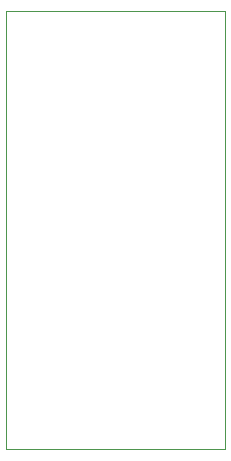
<source format=gbr>
%TF.GenerationSoftware,KiCad,Pcbnew,7.0.2*%
%TF.CreationDate,2024-12-12T08:46:51-06:00*%
%TF.ProjectId,om_ADC,6f6d5f41-4443-42e6-9b69-6361645f7063,rev?*%
%TF.SameCoordinates,Original*%
%TF.FileFunction,Profile,NP*%
%FSLAX46Y46*%
G04 Gerber Fmt 4.6, Leading zero omitted, Abs format (unit mm)*
G04 Created by KiCad (PCBNEW 7.0.2) date 2024-12-12 08:46:51*
%MOMM*%
%LPD*%
G01*
G04 APERTURE LIST*
%TA.AperFunction,Profile*%
%ADD10C,0.100000*%
%TD*%
G04 APERTURE END LIST*
D10*
X75819000Y-23368000D02*
X94361000Y-23368000D01*
X94361000Y-60452000D01*
X75819000Y-60452000D01*
X75819000Y-23368000D01*
M02*

</source>
